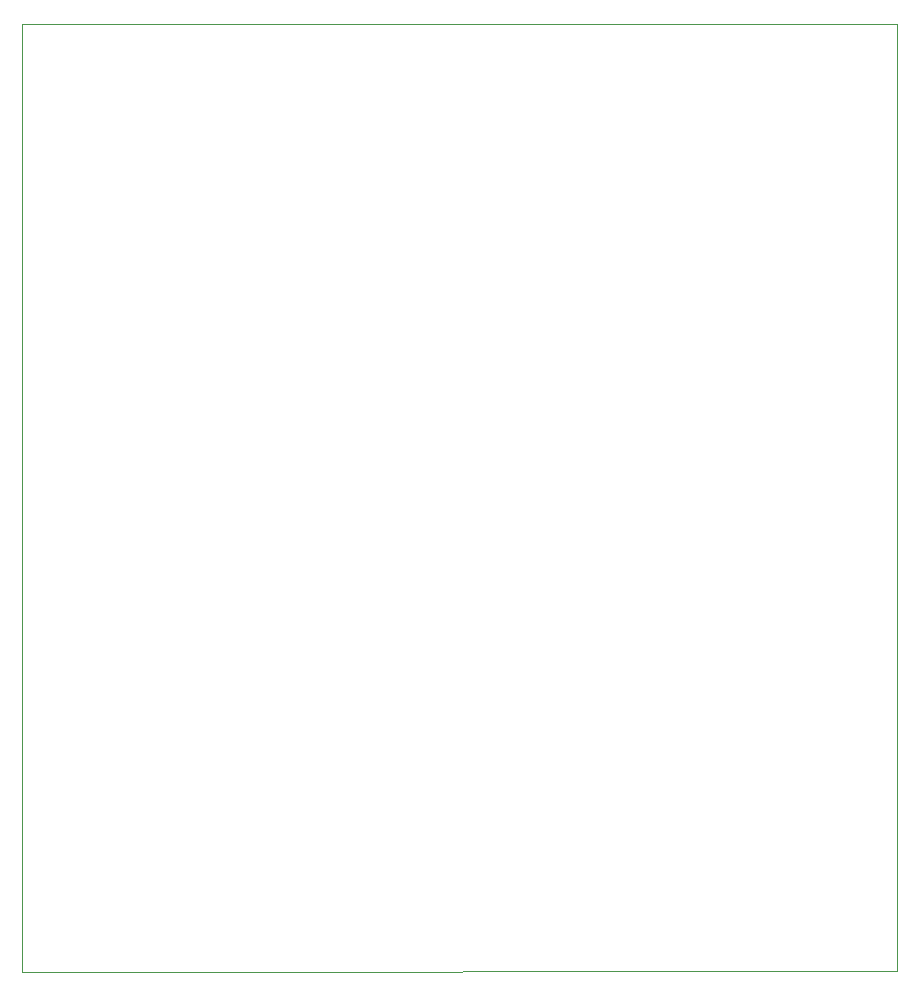
<source format=gbr>
%TF.GenerationSoftware,KiCad,Pcbnew,7.0.2*%
%TF.CreationDate,2023-05-19T15:17:25+02:00*%
%TF.ProjectId,78_1x39_1mm Solr tile,37382c31-7833-4392-9c31-6d6d20536f6c,rev?*%
%TF.SameCoordinates,Original*%
%TF.FileFunction,Profile,NP*%
%FSLAX46Y46*%
G04 Gerber Fmt 4.6, Leading zero omitted, Abs format (unit mm)*
G04 Created by KiCad (PCBNEW 7.0.2) date 2023-05-19 15:17:25*
%MOMM*%
%LPD*%
G01*
G04 APERTURE LIST*
%TA.AperFunction,Profile*%
%ADD10C,0.100000*%
%TD*%
G04 APERTURE END LIST*
D10*
X33170000Y-36010000D02*
X107175000Y-35990000D01*
X33170000Y-116210000D02*
X107175000Y-116160000D01*
X33170000Y-36010000D02*
X33170000Y-116210000D01*
X107175000Y-116160000D02*
X107175000Y-35990000D01*
M02*

</source>
